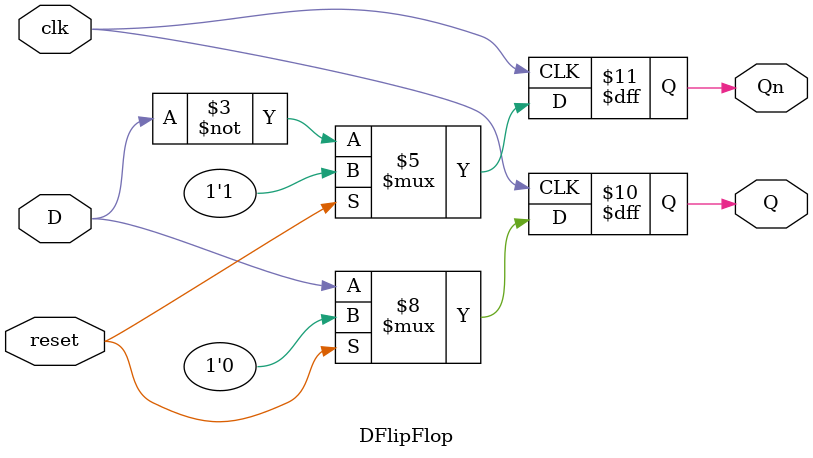
<source format=v>
module DFlipFlop(D,clk,reset,Q,Qn);
input D; 
input clk; 
input reset;
output reg Q,Qn;
always @(posedge clk) 
begin
 if(reset==1)
   begin
  Q <= 0;
  Qn <= 1; 
end
 else
   begin
  Q <= D; 
  Qn <= (~D);
end
end 
endmodule

</source>
